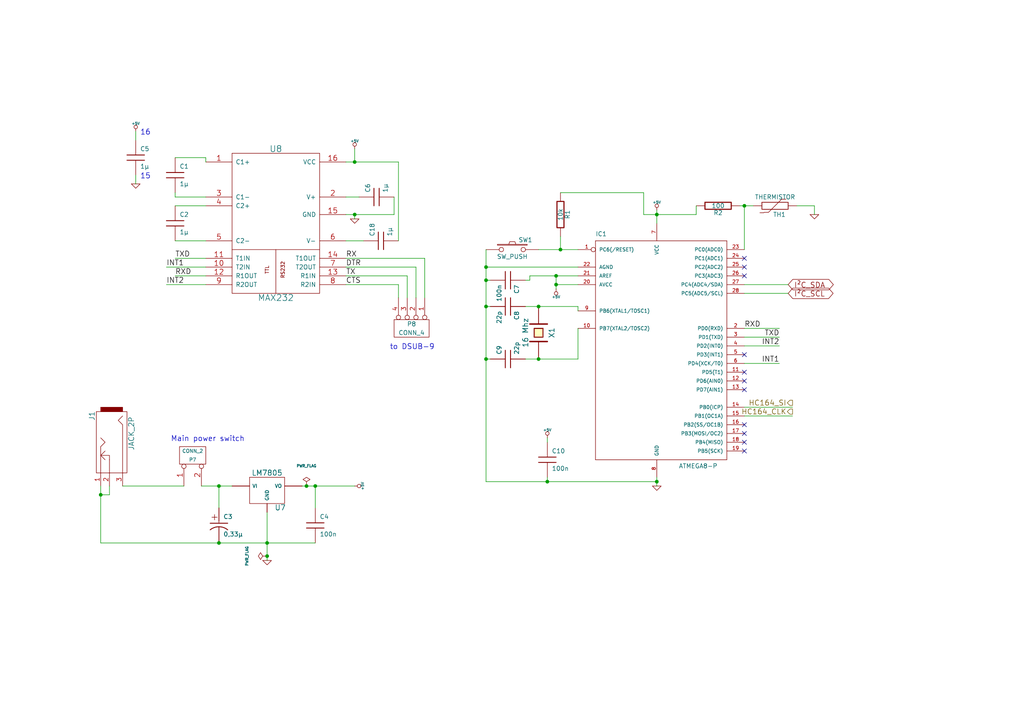
<source format=kicad_sch>
(kicad_sch (version 20211123) (generator eeschema)
  (paper "A4")
  (title_block (title "simDash-ECU.sch") (date "23 mar 2014") (rev "1"))
  (lib_symbols
    (symbol "power:PWR_FLAG" (power) (pin_numbers hide) (pin_names (offset 0) hide)
      (property "Value" "PWR_FLAG" (at 0 3.81 0))
      (symbol "PWR_FLAG_0_0"
        (pin power_out line (at 0 0 90) (length 0) (name "pwr") (number "1"))
      )
      (symbol "PWR_FLAG_0_1"
        (polyline (pts (xy 0 0) (xy 0 1.27) (xy -1.016 1.905) (xy 0 2.54) (xy 1.016 1.905) (xy 0 1.27)))
      )
    )
    (symbol "simDash-rescue:+5V" (power) (pin_names (offset 1.016))
      (property "Value" "+5V" (at 0 2.286 0))
      (symbol "+5V_0_0"
        (pin power_in line (at 0 0 90) (length 0) hide (name "+5V") (number "1"))
      )
      (symbol "+5V_0_1"
        (polyline (pts (xy 0 0) (xy 0 0.762) (xy 0 0.762) (xy 0 0.762)))
        (circle (center 0 1.27) (radius 0.508))
      )
    )
    (symbol "simDash-rescue:ATMEGA8-P" (pin_names (offset 1.016))
      (property "Reference" "IC" (at -17.78 31.75 0))
      (property "Value" "ATMEGA8-P" (at 6.35 -35.56 0))
      (symbol "ATMEGA8-P_1_0"
        (polyline (pts (xy -17.78 -33.02) (xy -17.78 30.48)))
        (polyline (pts (xy -17.78 30.48) (xy 20.32 30.48)))
        (polyline (pts (xy 20.32 -33.02) (xy -17.78 -33.02)))
        (polyline (pts (xy 20.32 30.48) (xy 20.32 -33.02)))
      )
      (symbol "ATMEGA8-P_1_1"
        (pin bidirectional inverted (at -22.86 27.94 0) (length 5.08) (name "PC6(/RESET)") (number "1"))
        (pin bidirectional line (at -22.86 5.08 0) (length 5.08) (name "PB7(XTAL2/TOSC2)") (number "10"))
        (pin bidirectional line (at 25.4 -7.62 180) (length 5.08) (name "PD5(T1)") (number "11"))
        (pin bidirectional line (at 25.4 -10.16 180) (length 5.08) (name "PD6(AIN0)") (number "12"))
        (pin bidirectional line (at 25.4 -12.7 180) (length 5.08) (name "PD7(AIN1)") (number "13"))
        (pin bidirectional line (at 25.4 -17.78 180) (length 5.08) (name "PB0(ICP)") (number "14"))
        (pin bidirectional line (at 25.4 -20.32 180) (length 5.08) (name "PB1(OC1A)") (number "15"))
        (pin bidirectional line (at 25.4 -22.86 180) (length 5.08) (name "PB2(SS/OC1B)") (number "16"))
        (pin bidirectional line (at 25.4 -25.4 180) (length 5.08) (name "PB3(MOSI/OC2)") (number "17"))
        (pin bidirectional line (at 25.4 -27.94 180) (length 5.08) (name "PB4(MISO)") (number "18"))
        (pin bidirectional line (at 25.4 -30.48 180) (length 5.08) (name "PB5(SCK)") (number "19"))
        (pin bidirectional line (at 25.4 5.08 180) (length 5.08) (name "PD0(RXD)") (number "2"))
        (pin bidirectional line (at -22.86 17.78 0) (length 5.08) (name "AVCC") (number "20"))
        (pin bidirectional line (at -22.86 20.32 0) (length 5.08) (name "AREF") (number "21"))
        (pin bidirectional line (at -22.86 22.86 0) (length 5.08) (name "AGND") (number "22"))
        (pin bidirectional line (at 25.4 27.94 180) (length 5.08) (name "PC0(ADC0)") (number "23"))
        (pin bidirectional line (at 25.4 25.4 180) (length 5.08) (name "PC1(ADC1)") (number "24"))
        (pin bidirectional line (at 25.4 22.86 180) (length 5.08) (name "PC2(ADC2)") (number "25"))
        (pin bidirectional line (at 25.4 20.32 180) (length 5.08) (name "PC3(ADC3)") (number "26"))
        (pin bidirectional line (at 25.4 17.78 180) (length 5.08) (name "PC4(ADC4/SDA)") (number "27"))
        (pin bidirectional line (at 25.4 15.24 180) (length 5.08) (name "PC5(ADC5/SCL)") (number "28"))
        (pin bidirectional line (at 25.4 2.54 180) (length 5.08) (name "PD1(TXD)") (number "3"))
        (pin bidirectional line (at 25.4 0 180) (length 5.08) (name "PD2(INT0)") (number "4"))
        (pin bidirectional line (at 25.4 -2.54 180) (length 5.08) (name "PD3(INT1)") (number "5"))
        (pin bidirectional line (at 25.4 -5.08 180) (length 5.08) (name "PD4(XCK/T0)") (number "6"))
        (pin bidirectional line (at 0 35.56 270) (length 5.08) (name "VCC") (number "7"))
        (pin bidirectional line (at 0 -38.1 90) (length 5.08) (name "GND") (number "8"))
        (pin bidirectional line (at -22.86 10.16 0) (length 5.08) (name "PB6(XTAL1/TOSC1)") (number "9"))
      )
    )
    (symbol "simDash-rescue:C" (pin_numbers hide) (pin_names (offset 0.254))
      (property "Reference" "C" (at 1.27 2.54 0))
      (property "Value" "C" (at 1.27 -2.54 0))
      (symbol "C_0_1"
        (polyline (pts (xy -2.54 -0.762) (xy 2.54 -0.762)) (stroke (width 0.254)))
        (polyline (pts (xy -2.54 0.762) (xy 2.54 0.762)) (stroke (width 0.254)))
      )
      (symbol "C_1_1"
        (pin passive line (at 0 5.08 270) (length 4.318) (name "~") (number "1"))
        (pin passive line (at 0 -5.08 90) (length 4.318) (name "~") (number "2"))
      )
    )
    (symbol "simDash-rescue:CONN_2" (pin_names (offset 1.016) hide)
      (property "Reference" "P" (at -1.27 0 90))
      (property "Value" "CONN_2" (at 1.27 0 90))
      (symbol "CONN_2_0_1"
        (rectangle (start -2.54 3.81) (end 2.54 -3.81))
      )
      (symbol "CONN_2_1_1"
        (pin passive inverted (at -8.89 2.54 0) (length 6.35) (name "P1") (number "1"))
        (pin passive inverted (at -8.89 -2.54 0) (length 6.35) (name "PM") (number "2"))
      )
    )
    (symbol "simDash-rescue:CONN_4" (pin_names (offset 1.016) hide)
      (property "Reference" "P" (at -1.27 0 90))
      (property "Value" "CONN_4" (at 1.27 0 90))
      (symbol "CONN_4_0_1"
        (rectangle (start -2.54 5.08) (end 2.54 -5.08))
      )
      (symbol "CONN_4_1_1"
        (pin passive inverted (at -8.89 3.81 0) (length 6.35) (name "P1") (number "1"))
        (pin passive inverted (at -8.89 1.27 0) (length 6.35) (name "P2") (number "2"))
        (pin passive inverted (at -8.89 -1.27 0) (length 6.35) (name "P3") (number "3"))
        (pin passive inverted (at -8.89 -3.81 0) (length 6.35) (name "P4") (number "4"))
      )
    )
    (symbol "simDash-rescue:CP1" (pin_numbers hide) (pin_names (offset 0.254) hide)
      (property "Reference" "C" (at 1.27 2.54 0))
      (property "Value" "CP1" (at 1.27 -2.54 0))
      (symbol "CP1_0_0"
        (text "+" (at -1.27 2.54 0) (effects (font (size 2.032 2.032))))
      )
      (symbol "CP1_0_1"
        (polyline (pts (xy 0 1.27) (xy 0 0.762) (xy 0 0.762)))
        (polyline (pts (xy 2.54 0.635) (xy -2.54 0.635) (xy -2.54 0.635)) (stroke (width 0.254)))
        (arc (start 2.54 -1.27) (mid 0 -0.379) (end -2.54 -1.27) (stroke (width 0.254)))
      )
      (symbol "CP1_1_1"
        (pin passive line (at 0 5.08 270) (length 3.81) (name "~") (number "1"))
        (pin passive line (at 0 -5.08 90) (length 4.572) (name "~") (number "2"))
      )
    )
    (symbol "simDash-rescue:CRYSTAL" (pin_numbers hide) (pin_names (offset 1.016) hide)
      (property "Reference" "X" (at 0 3.81 0))
      (property "Value" "CRYSTAL" (at 0 -3.81 0))
      (symbol "CRYSTAL_0_1"
        (polyline (pts (xy -2.54 2.54) (xy -2.54 -2.54)) (stroke (width 0.4064)))
        (polyline (pts (xy 2.54 2.54) (xy 2.54 -2.54)) (stroke (width 0.4064)))
        (polyline (pts (xy -1.27 1.27) (xy 1.27 1.27) (xy 1.27 -1.27) (xy -1.27 -1.27) (xy -1.27 1.27)) (stroke (width 0.3048)) (fill (type background)))
      )
      (symbol "CRYSTAL_1_1"
        (pin passive line (at -7.62 0 0) (length 5.08) (name "1") (number "1"))
        (pin passive line (at 7.62 0 180) (length 5.08) (name "2") (number "2"))
      )
    )
    (symbol "simDash-rescue:GND" (power) (pin_names (offset 0))
      (symbol "GND_0_1"
        (polyline (pts (xy -1.27 0) (xy 0 -1.27) (xy 1.27 0) (xy -1.27 0)))
      )
      (symbol "GND_1_1"
        (pin power_in line (at 0 0 90) (length 0) hide (name "GND") (number "1"))
      )
    )
    (symbol "simDash-rescue:JACK_2P" (pin_names (offset 1.016))
      (property "Reference" "J" (at -8.89 -5.08 0))
      (property "Value" "JACK_2P" (at -3.81 6.35 0))
      (symbol "JACK_2P_0_1"
        (rectangle (start -11.43 3.81) (end -10.16 -2.54) (fill (type outline)))
        (polyline (pts (xy 3.81 0) (xy 7.62 0) (xy 7.62 0)))
        (polyline (pts (xy 0 -2.54) (xy -1.27 -1.27) (xy -2.54 -2.54) (xy -2.54 -2.54)))
        (polyline (pts (xy 0 -2.54) (xy 7.62 -2.54) (xy 7.62 -2.54) (xy 7.62 -2.54)))
        (polyline (pts (xy 1.27 -1.27) (xy 2.54 -2.54) (xy 3.81 -1.27) (xy 3.81 -1.27)))
        (polyline (pts (xy 3.81 0) (xy 2.54 0) (xy 2.54 -2.54) (xy 2.54 -2.54)))
        (polyline (pts (xy 7.62 3.81) (xy -6.35 3.81) (xy -7.62 2.54) (xy -8.89 3.81) (xy -8.89 3.81)))
        (rectangle (start 7.62 -3.81) (end -10.16 5.08))
      )
      (symbol "JACK_2P_1_1"
        (pin passive line (at 11.43 -2.54 180) (length 3.81) (name "~") (number "1"))
        (pin passive line (at 11.43 0 180) (length 3.81) (name "~") (number "2"))
        (pin passive line (at 11.43 3.81 180) (length 3.81) (name "~") (number "3"))
      )
    )
    (symbol "simDash-rescue:LM7805" (pin_numbers hide) (pin_names (offset 0.762))
      (property "Reference" "U" (at 3.81 -4.9784 0))
      (property "Value" "LM7805" (at 0 5.08 0))
      (symbol "LM7805_0_1"
        (rectangle (start -5.08 -3.81) (end 5.08 3.81))
      )
      (symbol "LM7805_1_1"
        (pin input line (at 0 -6.35 90) (length 2.54) (name "GND") (number "GND"))
        (pin input line (at -10.16 1.27 0) (length 5.08) (name "VI") (number "VI"))
        (pin power_out line (at 10.16 1.27 180) (length 5.08) (name "VO") (number "VO"))
      )
    )
    (symbol "simDash-rescue:MAX232" (pin_names (offset 1.016))
      (property "Reference" "U" (at 0 21.59 0))
      (property "Value" "MAX232" (at 0 -21.59 0))
      (symbol "MAX232_0_0"
        (text "RS232" (at 2.032 -13.462 900) (effects (font (size 1.016 1.016))))
        (text "TTL" (at -2.54 -13.462 900) (effects (font (size 1.016 1.016))))
      )
      (symbol "MAX232_0_1"
        (rectangle (start -12.7 -20.32) (end 12.7 20.32))
        (polyline (pts (xy -12.7 -7.62) (xy 12.7 -7.62) (xy 12.7 -7.62)))
        (polyline (pts (xy 0 -7.62) (xy 0 -20.32) (xy 0 -20.32)))
      )
      (symbol "MAX232_1_1"
        (pin input line (at -20.32 17.78 0) (length 7.62) (name "C1+") (number "1"))
        (pin input line (at -20.32 -12.7 0) (length 7.62) (name "T2IN") (number "10"))
        (pin input line (at -20.32 -10.16 0) (length 7.62) (name "T1IN") (number "11"))
        (pin output line (at -20.32 -15.24 0) (length 7.62) (name "R1OUT") (number "12"))
        (pin input line (at 20.32 -15.24 180) (length 7.62) (name "R1IN") (number "13"))
        (pin output line (at 20.32 -10.16 180) (length 7.62) (name "T1OUT") (number "14"))
        (pin power_in line (at 20.32 2.54 180) (length 7.62) (name "GND") (number "15"))
        (pin power_in line (at 20.32 17.78 180) (length 7.62) (name "VCC") (number "16"))
        (pin power_out line (at 20.32 7.62 180) (length 7.62) (name "V+") (number "2"))
        (pin input line (at -20.32 7.62 0) (length 7.62) (name "C1-") (number "3"))
        (pin input line (at -20.32 5.08 0) (length 7.62) (name "C2+") (number "4"))
        (pin input line (at -20.32 -5.08 0) (length 7.62) (name "C2-") (number "5"))
        (pin power_out line (at 20.32 -5.08 180) (length 7.62) (name "V-") (number "6"))
        (pin output line (at 20.32 -12.7 180) (length 7.62) (name "T2OUT") (number "7"))
        (pin input line (at 20.32 -17.78 180) (length 7.62) (name "R2IN") (number "8"))
        (pin output line (at -20.32 -17.78 0) (length 7.62) (name "R2OUT") (number "9"))
      )
    )
    (symbol "simDash-rescue:R" (pin_numbers hide) (pin_names (offset 0))
      (property "Reference" "R" (at 2.032 0 90))
      (property "Value" "R" (at 0 0 90))
      (symbol "R_0_1"
        (rectangle (start -1.016 3.81) (end 1.016 -3.81) (stroke (width 0.3048)))
      )
      (symbol "R_1_1"
        (pin passive line (at 0 6.35 270) (length 2.54) (name "~") (number "1"))
        (pin passive line (at 0 -6.35 90) (length 2.54) (name "~") (number "2"))
      )
    )
    (symbol "simDash-rescue:SW_PUSH" (pin_numbers hide) (pin_names (offset 1.016) hide)
      (property "Reference" "SW" (at 3.81 2.794 0))
      (property "Value" "SW_PUSH" (at 0 -2.032 0))
      (symbol "SW_PUSH_0_1"
        (rectangle (start -4.318 1.27) (end 4.318 1.524))
        (polyline (pts (xy -1.016 1.524) (xy -0.762 2.286) (xy 0.762 2.286) (xy 1.016 1.524)))
        (pin passive inverted (at -7.62 0 0) (length 5.08) (name "1") (number "1"))
        (pin passive inverted (at 7.62 0 180) (length 5.08) (name "2") (number "2"))
      )
    )
    (symbol "simDash-rescue:THERMISTOR" (pin_numbers hide) (pin_names (offset 0))
      (property "Reference" "TH" (at 2.54 1.27 90))
      (property "Value" "THERMISTOR" (at -2.54 0 90))
      (symbol "THERMISTOR_0_1"
        (rectangle (start -1.016 3.81) (end 1.016 -3.81) (stroke (width 0.2032)))
        (polyline (pts (xy -1.905 3.175) (xy -1.905 1.905) (xy 1.905 -1.905) (xy 1.905 -3.175) (xy 1.905 -3.175)))
        (text "-" (at 1.905 -3.81 900) (effects (font (size 1.524 1.524))))
      )
      (symbol "THERMISTOR_1_1"
        (pin passive line (at 0 6.35 270) (length 2.54) (name "~") (number "1"))
        (pin passive line (at 0 -6.35 90) (length 2.54) (name "~") (number "2"))
      )
    )
  )
  (junction (at 156.21 104.14))
  (junction (at 77.47 157.48))
  (junction (at 162.56 72.39))
  (junction (at 63.5 140.97))
  (junction (at 161.29 82.55))
  (junction (at 140.97 104.14))
  (junction (at 29.21 143.51))
  (junction (at 63.5 157.48))
  (junction (at 91.44 140.97))
  (junction (at 140.97 88.9))
  (junction (at 215.9 59.69))
  (junction (at 161.29 80.01))
  (junction (at 156.21 88.9))
  (junction (at 190.5 62.23))
  (junction (at 140.97 77.47))
  (junction (at 102.87 62.23))
  (junction (at 102.87 46.99))
  (junction (at 158.75 139.7))
  (junction (at 190.5 139.7))
  (junction (at 77.47 161.29))
  (junction (at 140.97 81.28))
  (junction (at 88.9 140.97))
  (no_connect (at 215.9 102.87))
  (no_connect (at 215.9 77.47))
  (no_connect (at 215.9 80.01))
  (no_connect (at 215.9 130.81))
  (no_connect (at 215.9 110.49))
  (no_connect (at 215.9 123.19))
  (no_connect (at 215.9 125.73))
  (no_connect (at 215.9 113.03))
  (no_connect (at 215.9 128.27))
  (no_connect (at 215.9 74.93))
  (no_connect (at 215.9 107.95))
  (wire (pts (xy 190.5 140.97) (xy 190.5 139.7)))
  (wire (pts (xy 100.33 57.15) (xy 104.14 57.15)))
  (wire (pts (xy 59.69 69.85) (xy 50.8 69.85)))
  (wire (pts (xy 140.97 77.47) (xy 140.97 72.39)))
  (wire (pts (xy 158.75 127) (xy 158.75 128.27)))
  (wire (pts (xy 123.19 86.36) (xy 123.19 74.93)))
  (wire (pts (xy 77.47 157.48) (xy 91.44 157.48)))
  (wire (pts (xy 167.64 77.47) (xy 140.97 77.47)))
  (wire (pts (xy 215.9 120.65) (xy 229.87 120.65)))
  (wire (pts (xy 218.44 59.69) (xy 215.9 59.69)))
  (wire (pts (xy 152.4 81.28) (xy 153.67 81.28)))
  (wire (pts (xy 153.67 81.28) (xy 153.67 80.01)))
  (wire (pts (xy 162.56 72.39) (xy 156.21 72.39)))
  (wire (pts (xy 102.87 46.99) (xy 115.57 46.99)))
  (wire (pts (xy 140.97 88.9) (xy 140.97 81.28)))
  (wire (pts (xy 167.64 72.39) (xy 162.56 72.39)))
  (wire (pts (xy 158.75 139.7) (xy 140.97 139.7)))
  (wire (pts (xy 114.3 62.23) (xy 114.3 57.15)))
  (wire (pts (xy 167.64 88.9) (xy 167.64 90.17)))
  (wire (pts (xy 140.97 81.28) (xy 140.97 77.47)))
  (wire (pts (xy 186.69 55.88) (xy 186.69 62.23)))
  (wire (pts (xy 215.9 100.33) (xy 226.06 100.33)))
  (wire (pts (xy 91.44 140.97) (xy 88.9 140.97)))
  (wire (pts (xy 100.33 46.99) (xy 102.87 46.99)))
  (wire (pts (xy 167.64 95.25) (xy 167.64 104.14)))
  (wire (pts (xy 140.97 81.28) (xy 142.24 81.28)))
  (wire (pts (xy 102.87 63.5) (xy 102.87 62.23)))
  (wire (pts (xy 59.69 59.69) (xy 50.8 59.69)))
  (wire (pts (xy 115.57 82.55) (xy 115.57 86.36)))
  (wire (pts (xy 156.21 104.14) (xy 152.4 104.14)))
  (wire (pts (xy 140.97 139.7) (xy 140.97 104.14)))
  (wire (pts (xy 88.9 140.97) (xy 87.63 140.97)))
  (wire (pts (xy 59.69 74.93) (xy 50.8 74.93)))
  (wire (pts (xy 63.5 140.97) (xy 58.42 140.97)))
  (wire (pts (xy 115.57 46.99) (xy 115.57 69.85)))
  (wire (pts (xy 100.33 82.55) (xy 115.57 82.55)))
  (wire (pts (xy 91.44 147.32) (xy 91.44 140.97)))
  (wire (pts (xy 167.64 82.55) (xy 161.29 82.55)))
  (wire (pts (xy 118.11 86.36) (xy 118.11 80.01)))
  (wire (pts (xy 59.69 80.01) (xy 50.8 80.01)))
  (wire (pts (xy 120.65 77.47) (xy 120.65 86.36)))
  (wire (pts (xy 102.87 140.97) (xy 91.44 140.97)))
  (wire (pts (xy 29.21 157.48) (xy 63.5 157.48)))
  (wire (pts (xy 123.19 74.93) (xy 100.33 74.93)))
  (wire (pts (xy 161.29 83.82) (xy 161.29 82.55)))
  (wire (pts (xy 48.26 82.55) (xy 59.69 82.55)))
  (wire (pts (xy 50.8 45.72) (xy 59.69 45.72)))
  (wire (pts (xy 77.47 157.48) (xy 77.47 148.59)))
  (wire (pts (xy 39.37 50.8) (xy 39.37 53.34)))
  (wire (pts (xy 67.31 140.97) (xy 63.5 140.97)))
  (wire (pts (xy 100.33 62.23) (xy 102.87 62.23)))
  (wire (pts (xy 59.69 77.47) (xy 48.26 77.47)))
  (wire (pts (xy 228.6 85.09) (xy 215.9 85.09)))
  (wire (pts (xy 215.9 95.25) (xy 226.06 95.25)))
  (wire (pts (xy 31.75 140.97) (xy 31.75 143.51)))
  (wire (pts (xy 77.47 162.56) (xy 77.47 161.29)))
  (wire (pts (xy 63.5 157.48) (xy 77.47 157.48)))
  (wire (pts (xy 190.5 62.23) (xy 190.5 64.77)))
  (wire (pts (xy 190.5 62.23) (xy 186.69 62.23)))
  (wire (pts (xy 190.5 139.7) (xy 190.5 138.43)))
  (wire (pts (xy 215.9 105.41) (xy 226.06 105.41)))
  (wire (pts (xy 140.97 104.14) (xy 140.97 88.9)))
  (wire (pts (xy 118.11 80.01) (xy 100.33 80.01)))
  (wire (pts (xy 59.69 45.72) (xy 59.69 46.99)))
  (wire (pts (xy 236.22 59.69) (xy 236.22 62.23)))
  (wire (pts (xy 161.29 80.01) (xy 167.64 80.01)))
  (wire (pts (xy 201.93 62.23) (xy 190.5 62.23)))
  (wire (pts (xy 29.21 140.97) (xy 29.21 143.51)))
  (wire (pts (xy 158.75 138.43) (xy 158.75 139.7)))
  (wire (pts (xy 162.56 68.58) (xy 162.56 72.39)))
  (wire (pts (xy 201.93 59.69) (xy 201.93 62.23)))
  (wire (pts (xy 77.47 161.29) (xy 77.47 157.48)))
  (wire (pts (xy 63.5 147.32) (xy 63.5 140.97)))
  (wire (pts (xy 162.56 55.88) (xy 186.69 55.88)))
  (wire (pts (xy 215.9 82.55) (xy 228.6 82.55)))
  (wire (pts (xy 39.37 38.1) (xy 39.37 40.64)))
  (wire (pts (xy 140.97 104.14) (xy 142.24 104.14)))
  (wire (pts (xy 161.29 82.55) (xy 161.29 80.01)))
  (wire (pts (xy 102.87 62.23) (xy 114.3 62.23)))
  (wire (pts (xy 152.4 88.9) (xy 156.21 88.9)))
  (wire (pts (xy 140.97 88.9) (xy 142.24 88.9)))
  (wire (pts (xy 31.75 143.51) (xy 29.21 143.51)))
  (wire (pts (xy 190.5 60.96) (xy 190.5 62.23)))
  (wire (pts (xy 35.56 140.97) (xy 53.34 140.97)))
  (wire (pts (xy 215.9 97.79) (xy 226.06 97.79)))
  (wire (pts (xy 156.21 88.9) (xy 167.64 88.9)))
  (wire (pts (xy 167.64 104.14) (xy 156.21 104.14)))
  (wire (pts (xy 100.33 77.47) (xy 120.65 77.47)))
  (wire (pts (xy 100.33 69.85) (xy 105.41 69.85)))
  (wire (pts (xy 231.14 59.69) (xy 236.22 59.69)))
  (wire (pts (xy 215.9 118.11) (xy 229.87 118.11)))
  (wire (pts (xy 59.69 57.15) (xy 50.8 57.15)))
  (wire (pts (xy 153.67 80.01) (xy 161.29 80.01)))
  (wire (pts (xy 215.9 72.39) (xy 215.9 59.69)))
  (wire (pts (xy 102.87 43.18) (xy 102.87 46.99)))
  (wire (pts (xy 190.5 139.7) (xy 158.75 139.7)))
  (wire (pts (xy 29.21 143.51) (xy 29.21 157.48)))
  (wire (pts (xy 50.8 57.15) (xy 50.8 55.88)))
  (wire (pts (xy 215.9 59.69) (xy 214.63 59.69)))
  (text "Main power switch" (at 49.53 128.27 0) (effects (font (size 1.524 1.524)) (justify left bottom)))
  (text "15" (at 40.64 52.07 0) (effects (font (size 1.524 1.524)) (justify left bottom)))
  (text "to DSUB-9" (at 113.03 101.6 0) (effects (font (size 1.524 1.524)) (justify left bottom)))
  (text "16" (at 40.64 39.37 0) (effects (font (size 1.524 1.524)) (justify left bottom)))
  (label "DTR" (at 100.33 77.47 0) (effects (font (size 1.524 1.524))))
  (label "INT2" (at 48.26 82.55 0) (effects (font (size 1.524 1.524))))
  (label "RX" (at 100.33 74.93 0) (effects (font (size 1.524 1.524))))
  (label "CTS" (at 100.33 82.55 0) (effects (font (size 1.524 1.524))))
  (label "RXD" (at 215.9 95.25 0) (effects (font (size 1.524 1.524))))
  (label "INT1" (at 226.06 105.41 180) (effects (font (size 1.524 1.524))))
  (label "RXD" (at 50.8 80.01 0) (effects (font (size 1.524 1.524))))
  (label "INT1" (at 48.26 77.47 0) (effects (font (size 1.524 1.524))))
  (label "TX" (at 100.33 80.01 0) (effects (font (size 1.524 1.524))))
  (label "TXD" (at 226.06 97.79 180) (effects (font (size 1.524 1.524))))
  (label "TXD" (at 50.8 74.93 0) (effects (font (size 1.524 1.524))))
  (label "INT2" (at 226.06 100.33 180) (effects (font (size 1.524 1.524))))
  (global_label "I²C_SCL" (shape bidirectional) (at 228.6 85.09 0) (effects (font (size 1.524 1.524))) (property "Intersheet References" "${INTERSHEET_REFS}" (effects hide)))
  (global_label "I²C_SDA" (shape bidirectional) (at 228.6 82.55 0) (effects (font (size 1.524 1.524))) (property "Intersheet References" "${INTERSHEET_REFS}" (effects hide)))
  (hierarchical_label "HC164_SI" (shape output) (at 229.87 116.84 180) (effects (font (size 1.524 1.524))))
  (hierarchical_label "HC164_CLK" (shape output) (at 229.87 119.38 180) (effects (font (size 1.524 1.524))))
  (symbol (lib_id "simDash-rescue:ATMEGA8-P") (at 190.5 100.33 0) (unit 1)
    (property "Reference" "IC1" (at 172.72 68.58 0) (effects (justify left bottom)))
    (property "Value" "ATMEGA8-P" (at 196.85 135.89 0) (effects (justify left bottom)))
    (property "Footprint" "DIL28" (effects hide))
  )
  (symbol (lib_id "simDash-rescue:+5V") (at 190.5 60.96 0) (unit 1)
    (property "Reference" "#PWR055" (effects hide))
    (property "Value" "+5V" (at 190.5 58.674 0) (effects (font (size 0.762 0.762))))
  )
  (symbol (lib_id "simDash-rescue:GND") (at 190.5 140.97 0) (unit 1)
    (property "Reference" "#PWR054" (effects hide))
    (property "Value" "GND" (effects hide))
  )
  (symbol (lib_id "simDash-rescue:+5V") (at 161.29 83.82 180) (unit 1)
    (property "Reference" "#PWR053" (effects hide))
    (property "Value" "+5V" (at 161.29 86.106 0) (effects (font (size 0.762 0.762))))
  )
  (symbol (lib_id "simDash-rescue:SW_PUSH") (at 148.59 72.39 0) (unit 1)
    (property "Reference" "SW1" (at 152.4 69.596 0))
    (property "Value" "SW_PUSH" (at 148.59 74.422 0))
  )
  (symbol (lib_id "simDash-rescue:R") (at 162.56 62.23 0) (unit 1)
    (property "Reference" "R1" (at 164.592 62.23 90))
    (property "Value" "10k" (at 162.56 62.23 90))
  )
  (symbol (lib_id "simDash-rescue:CRYSTAL") (at 156.21 96.52 270) (unit 1)
    (property "Reference" "X1" (at 160.02 96.52 0) (effects (font (size 1.524 1.524))))
    (property "Value" "16 Mhz" (at 152.4 96.52 0) (effects (font (size 1.524 1.524))))
  )
  (symbol (lib_id "simDash-rescue:C") (at 147.32 88.9 270) (unit 1)
    (property "Reference" "C8" (at 149.86 90.17 0) (effects (justify left)))
    (property "Value" "22p" (at 144.78 90.17 0) (effects (justify left)))
  )
  (symbol (lib_id "simDash-rescue:C") (at 147.32 104.14 90) (unit 1)
    (property "Reference" "C9" (at 144.78 102.87 0) (effects (justify left)))
    (property "Value" "22p" (at 149.86 102.87 0) (effects (justify left)))
  )
  (symbol (lib_id "simDash-rescue:C") (at 147.32 81.28 270) (unit 1)
    (property "Reference" "C7" (at 149.86 82.55 0) (effects (justify left)))
    (property "Value" "100n" (at 144.78 82.55 0) (effects (justify left)))
  )
  (symbol (lib_id "simDash-rescue:C") (at 158.75 133.35 0) (unit 1)
    (property "Reference" "C10" (at 160.02 130.81 0) (effects (justify left)))
    (property "Value" "100n" (at 160.02 135.89 0) (effects (justify left)))
  )
  (symbol (lib_id "simDash-rescue:+5V") (at 158.75 127 0) (unit 1)
    (property "Reference" "#PWR052" (effects hide))
    (property "Value" "+5V" (at 158.75 124.714 0) (effects (font (size 0.762 0.762))))
  )
  (symbol (lib_id "simDash-rescue:MAX232") (at 80.01 64.77 0) (unit 1)
    (property "Reference" "U8" (at 80.01 43.18 0) (effects (font (size 1.778 1.778))))
    (property "Value" "MAX232" (at 80.01 86.36 0) (effects (font (size 1.778 1.778))))
  )
  (symbol (lib_id "simDash-rescue:C") (at 109.22 57.15 90) (unit 1)
    (property "Reference" "C6" (at 106.68 55.88 0) (effects (justify left)))
    (property "Value" "1µ" (at 111.76 55.88 0) (effects (justify left)))
  )
  (symbol (lib_id "simDash-rescue:C") (at 50.8 50.8 0) (unit 1)
    (property "Reference" "C1" (at 52.07 48.26 0) (effects (justify left)))
    (property "Value" "1µ" (at 52.07 53.34 0) (effects (justify left)))
  )
  (symbol (lib_id "simDash-rescue:C") (at 50.8 64.77 0) (unit 1)
    (property "Reference" "C2" (at 52.07 62.23 0) (effects (justify left)))
    (property "Value" "1µ" (at 52.07 67.31 0) (effects (justify left)))
  )
  (symbol (lib_id "simDash-rescue:+5V") (at 102.87 43.18 0) (unit 1)
    (property "Reference" "#PWR051" (effects hide))
    (property "Value" "+5V" (at 102.87 40.894 0) (effects (font (size 0.762 0.762))))
  )
  (symbol (lib_id "simDash-rescue:GND") (at 102.87 63.5 0) (unit 1)
    (property "Reference" "#PWR050" (effects hide))
    (property "Value" "GND" (effects hide))
  )
  (symbol (lib_id "simDash-rescue:C") (at 39.37 45.72 0) (unit 1)
    (property "Reference" "C5" (at 40.64 43.18 0) (effects (justify left)))
    (property "Value" "1µ" (at 40.64 48.26 0) (effects (justify left)))
  )
  (symbol (lib_id "simDash-rescue:LM7805") (at 77.47 142.24 0) (unit 1)
    (property "Reference" "U7" (at 81.28 147.2184 0) (effects (font (size 1.524 1.524))))
    (property "Value" "LM7805" (at 77.47 137.16 0) (effects (font (size 1.524 1.524))))
  )
  (symbol (lib_id "simDash-rescue:C") (at 91.44 152.4 0) (unit 1)
    (property "Reference" "C4" (at 92.71 149.86 0) (effects (justify left)))
    (property "Value" "100n" (at 92.71 154.94 0) (effects (justify left)))
  )
  (symbol (lib_id "simDash-rescue:CP1") (at 63.5 152.4 0) (unit 1)
    (property "Reference" "C3" (at 64.77 149.86 0) (effects (justify left)))
    (property "Value" "0,33µ" (at 64.77 154.94 0) (effects (justify left)))
  )
  (symbol (lib_id "simDash-rescue:CONN_2") (at 55.88 132.08 90) (unit 1)
    (property "Reference" "P7" (at 55.88 133.35 90) (effects (font (size 1.016 1.016))))
    (property "Value" "CONN_2" (at 55.88 130.81 90) (effects (font (size 1.016 1.016))))
  )
  (symbol (lib_id "simDash-rescue:+5V") (at 102.87 140.97 270) (unit 1)
    (property "Reference" "#PWR049" (effects hide))
    (property "Value" "+5V" (at 105.156 140.97 0) (effects (font (size 0.762 0.762))))
  )
  (symbol (lib_id "simDash-rescue:GND") (at 77.47 162.56 0) (unit 1)
    (property "Reference" "#PWR048" (effects hide))
    (property "Value" "GND" (effects hide))
  )
  (symbol (lib_id "simDash-rescue:R") (at 208.28 59.69 270) (unit 1)
    (property "Reference" "R2" (at 208.28 61.722 90))
    (property "Value" "100" (at 208.28 59.69 90))
  )
  (symbol (lib_id "simDash-rescue:THERMISTOR") (at 224.79 59.69 270) (unit 1)
    (property "Reference" "TH1" (at 226.06 62.23 90))
    (property "Value" "THERMISTOR" (at 224.79 57.15 90))
  )
  (symbol (lib_id "simDash-rescue:GND") (at 236.22 62.23 0) (unit 1)
    (property "Reference" "#PWR047" (effects hide))
    (property "Value" "GND" (effects hide))
  )
  (symbol (lib_id "power:PWR_FLAG") (at 88.9 140.97 0) (unit 1)
    (property "Reference" "#FLG046" (effects hide))
    (property "Value" "PWR_FLAG" (at 88.9 135.128 0) (effects (font (size 0.762 0.762))))
  )
  (symbol (lib_id "power:PWR_FLAG") (at 77.47 161.29 90) (unit 1)
    (property "Reference" "#FLG045" (effects hide))
    (property "Value" "PWR_FLAG" (at 71.628 161.29 0) (effects (font (size 0.762 0.762))))
  )
  (symbol (lib_id "simDash-rescue:JACK_2P") (at 31.75 129.54 270) (unit 1)
    (property "Reference" "J1" (at 26.67 120.65 0) (effects (font (size 1.524 1.524))))
    (property "Value" "JACK_2P" (at 38.1 125.73 0) (effects (font (size 1.524 1.524))))
  )
  (symbol (lib_id "simDash-rescue:CONN_4") (at 119.38 95.25 270) (unit 1)
    (property "Reference" "P8" (at 119.38 93.98 90))
    (property "Value" "CONN_4" (at 119.38 96.52 90))
  )
  (symbol (lib_id "simDash-rescue:C") (at 110.49 69.85 90) (unit 1)
    (property "Reference" "C18" (at 107.95 68.58 0) (effects (justify left)))
    (property "Value" "1µ" (at 113.03 68.58 0) (effects (justify left)))
  )
  (symbol (lib_id "simDash-rescue:+5V") (at 39.37 38.1 0) (unit 1)
    (property "Reference" "#PWR044" (effects hide))
    (property "Value" "+5V" (at 39.37 35.814 0) (effects (font (size 0.762 0.762))))
  )
  (symbol (lib_id "simDash-rescue:GND") (at 39.37 53.34 0) (unit 1)
    (property "Reference" "#PWR043" (effects hide))
    (property "Value" "GND" (effects hide))
  )
)
</source>
